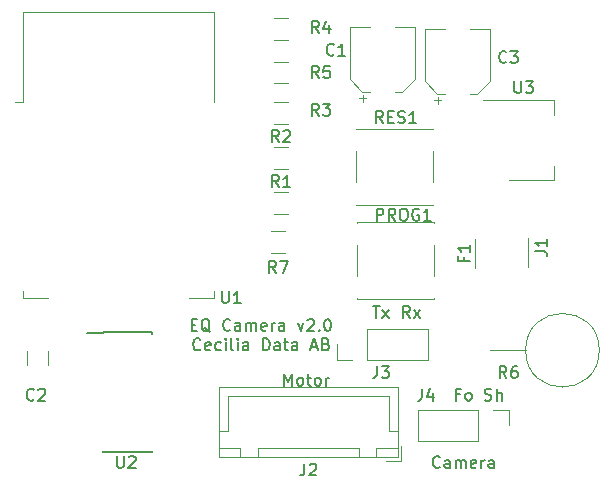
<source format=gbr>
G04 #@! TF.GenerationSoftware,KiCad,Pcbnew,5.1.2-f72e74a~84~ubuntu16.04.1*
G04 #@! TF.CreationDate,2019-06-09T21:55:35+02:00*
G04 #@! TF.ProjectId,CameraMotor,43616d65-7261-44d6-9f74-6f722e6b6963,rev?*
G04 #@! TF.SameCoordinates,Original*
G04 #@! TF.FileFunction,Legend,Top*
G04 #@! TF.FilePolarity,Positive*
%FSLAX46Y46*%
G04 Gerber Fmt 4.6, Leading zero omitted, Abs format (unit mm)*
G04 Created by KiCad (PCBNEW 5.1.2-f72e74a~84~ubuntu16.04.1) date 2019-06-09 21:55:35*
%MOMM*%
%LPD*%
G04 APERTURE LIST*
%ADD10C,0.150000*%
%ADD11C,0.120000*%
G04 APERTURE END LIST*
D10*
X153741666Y-124912380D02*
X153741666Y-123912380D01*
X154075000Y-124626666D01*
X154408333Y-123912380D01*
X154408333Y-124912380D01*
X155027380Y-124912380D02*
X154932142Y-124864761D01*
X154884523Y-124817142D01*
X154836904Y-124721904D01*
X154836904Y-124436190D01*
X154884523Y-124340952D01*
X154932142Y-124293333D01*
X155027380Y-124245714D01*
X155170238Y-124245714D01*
X155265476Y-124293333D01*
X155313095Y-124340952D01*
X155360714Y-124436190D01*
X155360714Y-124721904D01*
X155313095Y-124817142D01*
X155265476Y-124864761D01*
X155170238Y-124912380D01*
X155027380Y-124912380D01*
X155646428Y-124245714D02*
X156027380Y-124245714D01*
X155789285Y-123912380D02*
X155789285Y-124769523D01*
X155836904Y-124864761D01*
X155932142Y-124912380D01*
X156027380Y-124912380D01*
X156503571Y-124912380D02*
X156408333Y-124864761D01*
X156360714Y-124817142D01*
X156313095Y-124721904D01*
X156313095Y-124436190D01*
X156360714Y-124340952D01*
X156408333Y-124293333D01*
X156503571Y-124245714D01*
X156646428Y-124245714D01*
X156741666Y-124293333D01*
X156789285Y-124340952D01*
X156836904Y-124436190D01*
X156836904Y-124721904D01*
X156789285Y-124817142D01*
X156741666Y-124864761D01*
X156646428Y-124912380D01*
X156503571Y-124912380D01*
X157265476Y-124912380D02*
X157265476Y-124245714D01*
X157265476Y-124436190D02*
X157313095Y-124340952D01*
X157360714Y-124293333D01*
X157455952Y-124245714D01*
X157551190Y-124245714D01*
X170711904Y-126134761D02*
X170854761Y-126182380D01*
X171092857Y-126182380D01*
X171188095Y-126134761D01*
X171235714Y-126087142D01*
X171283333Y-125991904D01*
X171283333Y-125896666D01*
X171235714Y-125801428D01*
X171188095Y-125753809D01*
X171092857Y-125706190D01*
X170902380Y-125658571D01*
X170807142Y-125610952D01*
X170759523Y-125563333D01*
X170711904Y-125468095D01*
X170711904Y-125372857D01*
X170759523Y-125277619D01*
X170807142Y-125230000D01*
X170902380Y-125182380D01*
X171140476Y-125182380D01*
X171283333Y-125230000D01*
X171711904Y-126182380D02*
X171711904Y-125182380D01*
X172140476Y-126182380D02*
X172140476Y-125658571D01*
X172092857Y-125563333D01*
X171997619Y-125515714D01*
X171854761Y-125515714D01*
X171759523Y-125563333D01*
X171711904Y-125610952D01*
X168600476Y-125658571D02*
X168267142Y-125658571D01*
X168267142Y-126182380D02*
X168267142Y-125182380D01*
X168743333Y-125182380D01*
X169267142Y-126182380D02*
X169171904Y-126134761D01*
X169124285Y-126087142D01*
X169076666Y-125991904D01*
X169076666Y-125706190D01*
X169124285Y-125610952D01*
X169171904Y-125563333D01*
X169267142Y-125515714D01*
X169410000Y-125515714D01*
X169505238Y-125563333D01*
X169552857Y-125610952D01*
X169600476Y-125706190D01*
X169600476Y-125991904D01*
X169552857Y-126087142D01*
X169505238Y-126134761D01*
X169410000Y-126182380D01*
X169267142Y-126182380D01*
X164369761Y-119197380D02*
X164036428Y-118721190D01*
X163798333Y-119197380D02*
X163798333Y-118197380D01*
X164179285Y-118197380D01*
X164274523Y-118245000D01*
X164322142Y-118292619D01*
X164369761Y-118387857D01*
X164369761Y-118530714D01*
X164322142Y-118625952D01*
X164274523Y-118673571D01*
X164179285Y-118721190D01*
X163798333Y-118721190D01*
X164703095Y-119197380D02*
X165226904Y-118530714D01*
X164703095Y-118530714D02*
X165226904Y-119197380D01*
X161234523Y-118197380D02*
X161805952Y-118197380D01*
X161520238Y-119197380D02*
X161520238Y-118197380D01*
X162044047Y-119197380D02*
X162567857Y-118530714D01*
X162044047Y-118530714D02*
X162567857Y-119197380D01*
X166910000Y-131802142D02*
X166862380Y-131849761D01*
X166719523Y-131897380D01*
X166624285Y-131897380D01*
X166481428Y-131849761D01*
X166386190Y-131754523D01*
X166338571Y-131659285D01*
X166290952Y-131468809D01*
X166290952Y-131325952D01*
X166338571Y-131135476D01*
X166386190Y-131040238D01*
X166481428Y-130945000D01*
X166624285Y-130897380D01*
X166719523Y-130897380D01*
X166862380Y-130945000D01*
X166910000Y-130992619D01*
X167767142Y-131897380D02*
X167767142Y-131373571D01*
X167719523Y-131278333D01*
X167624285Y-131230714D01*
X167433809Y-131230714D01*
X167338571Y-131278333D01*
X167767142Y-131849761D02*
X167671904Y-131897380D01*
X167433809Y-131897380D01*
X167338571Y-131849761D01*
X167290952Y-131754523D01*
X167290952Y-131659285D01*
X167338571Y-131564047D01*
X167433809Y-131516428D01*
X167671904Y-131516428D01*
X167767142Y-131468809D01*
X168243333Y-131897380D02*
X168243333Y-131230714D01*
X168243333Y-131325952D02*
X168290952Y-131278333D01*
X168386190Y-131230714D01*
X168529047Y-131230714D01*
X168624285Y-131278333D01*
X168671904Y-131373571D01*
X168671904Y-131897380D01*
X168671904Y-131373571D02*
X168719523Y-131278333D01*
X168814761Y-131230714D01*
X168957619Y-131230714D01*
X169052857Y-131278333D01*
X169100476Y-131373571D01*
X169100476Y-131897380D01*
X169957619Y-131849761D02*
X169862380Y-131897380D01*
X169671904Y-131897380D01*
X169576666Y-131849761D01*
X169529047Y-131754523D01*
X169529047Y-131373571D01*
X169576666Y-131278333D01*
X169671904Y-131230714D01*
X169862380Y-131230714D01*
X169957619Y-131278333D01*
X170005238Y-131373571D01*
X170005238Y-131468809D01*
X169529047Y-131564047D01*
X170433809Y-131897380D02*
X170433809Y-131230714D01*
X170433809Y-131421190D02*
X170481428Y-131325952D01*
X170529047Y-131278333D01*
X170624285Y-131230714D01*
X170719523Y-131230714D01*
X171481428Y-131897380D02*
X171481428Y-131373571D01*
X171433809Y-131278333D01*
X171338571Y-131230714D01*
X171148095Y-131230714D01*
X171052857Y-131278333D01*
X171481428Y-131849761D02*
X171386190Y-131897380D01*
X171148095Y-131897380D01*
X171052857Y-131849761D01*
X171005238Y-131754523D01*
X171005238Y-131659285D01*
X171052857Y-131564047D01*
X171148095Y-131516428D01*
X171386190Y-131516428D01*
X171481428Y-131468809D01*
X145884047Y-119753571D02*
X146217380Y-119753571D01*
X146360238Y-120277380D02*
X145884047Y-120277380D01*
X145884047Y-119277380D01*
X146360238Y-119277380D01*
X147455476Y-120372619D02*
X147360238Y-120325000D01*
X147265000Y-120229761D01*
X147122142Y-120086904D01*
X147026904Y-120039285D01*
X146931666Y-120039285D01*
X146979285Y-120277380D02*
X146884047Y-120229761D01*
X146788809Y-120134523D01*
X146741190Y-119944047D01*
X146741190Y-119610714D01*
X146788809Y-119420238D01*
X146884047Y-119325000D01*
X146979285Y-119277380D01*
X147169761Y-119277380D01*
X147265000Y-119325000D01*
X147360238Y-119420238D01*
X147407857Y-119610714D01*
X147407857Y-119944047D01*
X147360238Y-120134523D01*
X147265000Y-120229761D01*
X147169761Y-120277380D01*
X146979285Y-120277380D01*
X149169761Y-120182142D02*
X149122142Y-120229761D01*
X148979285Y-120277380D01*
X148884047Y-120277380D01*
X148741190Y-120229761D01*
X148645952Y-120134523D01*
X148598333Y-120039285D01*
X148550714Y-119848809D01*
X148550714Y-119705952D01*
X148598333Y-119515476D01*
X148645952Y-119420238D01*
X148741190Y-119325000D01*
X148884047Y-119277380D01*
X148979285Y-119277380D01*
X149122142Y-119325000D01*
X149169761Y-119372619D01*
X150026904Y-120277380D02*
X150026904Y-119753571D01*
X149979285Y-119658333D01*
X149884047Y-119610714D01*
X149693571Y-119610714D01*
X149598333Y-119658333D01*
X150026904Y-120229761D02*
X149931666Y-120277380D01*
X149693571Y-120277380D01*
X149598333Y-120229761D01*
X149550714Y-120134523D01*
X149550714Y-120039285D01*
X149598333Y-119944047D01*
X149693571Y-119896428D01*
X149931666Y-119896428D01*
X150026904Y-119848809D01*
X150503095Y-120277380D02*
X150503095Y-119610714D01*
X150503095Y-119705952D02*
X150550714Y-119658333D01*
X150645952Y-119610714D01*
X150788809Y-119610714D01*
X150884047Y-119658333D01*
X150931666Y-119753571D01*
X150931666Y-120277380D01*
X150931666Y-119753571D02*
X150979285Y-119658333D01*
X151074523Y-119610714D01*
X151217380Y-119610714D01*
X151312619Y-119658333D01*
X151360238Y-119753571D01*
X151360238Y-120277380D01*
X152217380Y-120229761D02*
X152122142Y-120277380D01*
X151931666Y-120277380D01*
X151836428Y-120229761D01*
X151788809Y-120134523D01*
X151788809Y-119753571D01*
X151836428Y-119658333D01*
X151931666Y-119610714D01*
X152122142Y-119610714D01*
X152217380Y-119658333D01*
X152265000Y-119753571D01*
X152265000Y-119848809D01*
X151788809Y-119944047D01*
X152693571Y-120277380D02*
X152693571Y-119610714D01*
X152693571Y-119801190D02*
X152741190Y-119705952D01*
X152788809Y-119658333D01*
X152884047Y-119610714D01*
X152979285Y-119610714D01*
X153741190Y-120277380D02*
X153741190Y-119753571D01*
X153693571Y-119658333D01*
X153598333Y-119610714D01*
X153407857Y-119610714D01*
X153312619Y-119658333D01*
X153741190Y-120229761D02*
X153645952Y-120277380D01*
X153407857Y-120277380D01*
X153312619Y-120229761D01*
X153265000Y-120134523D01*
X153265000Y-120039285D01*
X153312619Y-119944047D01*
X153407857Y-119896428D01*
X153645952Y-119896428D01*
X153741190Y-119848809D01*
X154884047Y-119610714D02*
X155122142Y-120277380D01*
X155360238Y-119610714D01*
X155693571Y-119372619D02*
X155741190Y-119325000D01*
X155836428Y-119277380D01*
X156074523Y-119277380D01*
X156169761Y-119325000D01*
X156217380Y-119372619D01*
X156265000Y-119467857D01*
X156265000Y-119563095D01*
X156217380Y-119705952D01*
X155645952Y-120277380D01*
X156265000Y-120277380D01*
X156693571Y-120182142D02*
X156741190Y-120229761D01*
X156693571Y-120277380D01*
X156645952Y-120229761D01*
X156693571Y-120182142D01*
X156693571Y-120277380D01*
X157360238Y-119277380D02*
X157455476Y-119277380D01*
X157550714Y-119325000D01*
X157598333Y-119372619D01*
X157645952Y-119467857D01*
X157693571Y-119658333D01*
X157693571Y-119896428D01*
X157645952Y-120086904D01*
X157598333Y-120182142D01*
X157550714Y-120229761D01*
X157455476Y-120277380D01*
X157360238Y-120277380D01*
X157265000Y-120229761D01*
X157217380Y-120182142D01*
X157169761Y-120086904D01*
X157122142Y-119896428D01*
X157122142Y-119658333D01*
X157169761Y-119467857D01*
X157217380Y-119372619D01*
X157265000Y-119325000D01*
X157360238Y-119277380D01*
X146645952Y-121832142D02*
X146598333Y-121879761D01*
X146455476Y-121927380D01*
X146360238Y-121927380D01*
X146217380Y-121879761D01*
X146122142Y-121784523D01*
X146074523Y-121689285D01*
X146026904Y-121498809D01*
X146026904Y-121355952D01*
X146074523Y-121165476D01*
X146122142Y-121070238D01*
X146217380Y-120975000D01*
X146360238Y-120927380D01*
X146455476Y-120927380D01*
X146598333Y-120975000D01*
X146645952Y-121022619D01*
X147455476Y-121879761D02*
X147360238Y-121927380D01*
X147169761Y-121927380D01*
X147074523Y-121879761D01*
X147026904Y-121784523D01*
X147026904Y-121403571D01*
X147074523Y-121308333D01*
X147169761Y-121260714D01*
X147360238Y-121260714D01*
X147455476Y-121308333D01*
X147503095Y-121403571D01*
X147503095Y-121498809D01*
X147026904Y-121594047D01*
X148360238Y-121879761D02*
X148265000Y-121927380D01*
X148074523Y-121927380D01*
X147979285Y-121879761D01*
X147931666Y-121832142D01*
X147884047Y-121736904D01*
X147884047Y-121451190D01*
X147931666Y-121355952D01*
X147979285Y-121308333D01*
X148074523Y-121260714D01*
X148265000Y-121260714D01*
X148360238Y-121308333D01*
X148788809Y-121927380D02*
X148788809Y-121260714D01*
X148788809Y-120927380D02*
X148741190Y-120975000D01*
X148788809Y-121022619D01*
X148836428Y-120975000D01*
X148788809Y-120927380D01*
X148788809Y-121022619D01*
X149407857Y-121927380D02*
X149312619Y-121879761D01*
X149265000Y-121784523D01*
X149265000Y-120927380D01*
X149788809Y-121927380D02*
X149788809Y-121260714D01*
X149788809Y-120927380D02*
X149741190Y-120975000D01*
X149788809Y-121022619D01*
X149836428Y-120975000D01*
X149788809Y-120927380D01*
X149788809Y-121022619D01*
X150693571Y-121927380D02*
X150693571Y-121403571D01*
X150645952Y-121308333D01*
X150550714Y-121260714D01*
X150360238Y-121260714D01*
X150265000Y-121308333D01*
X150693571Y-121879761D02*
X150598333Y-121927380D01*
X150360238Y-121927380D01*
X150265000Y-121879761D01*
X150217380Y-121784523D01*
X150217380Y-121689285D01*
X150265000Y-121594047D01*
X150360238Y-121546428D01*
X150598333Y-121546428D01*
X150693571Y-121498809D01*
X151931666Y-121927380D02*
X151931666Y-120927380D01*
X152169761Y-120927380D01*
X152312619Y-120975000D01*
X152407857Y-121070238D01*
X152455476Y-121165476D01*
X152503095Y-121355952D01*
X152503095Y-121498809D01*
X152455476Y-121689285D01*
X152407857Y-121784523D01*
X152312619Y-121879761D01*
X152169761Y-121927380D01*
X151931666Y-121927380D01*
X153360238Y-121927380D02*
X153360238Y-121403571D01*
X153312619Y-121308333D01*
X153217380Y-121260714D01*
X153026904Y-121260714D01*
X152931666Y-121308333D01*
X153360238Y-121879761D02*
X153265000Y-121927380D01*
X153026904Y-121927380D01*
X152931666Y-121879761D01*
X152884047Y-121784523D01*
X152884047Y-121689285D01*
X152931666Y-121594047D01*
X153026904Y-121546428D01*
X153265000Y-121546428D01*
X153360238Y-121498809D01*
X153693571Y-121260714D02*
X154074523Y-121260714D01*
X153836428Y-120927380D02*
X153836428Y-121784523D01*
X153884047Y-121879761D01*
X153979285Y-121927380D01*
X154074523Y-121927380D01*
X154836428Y-121927380D02*
X154836428Y-121403571D01*
X154788809Y-121308333D01*
X154693571Y-121260714D01*
X154503095Y-121260714D01*
X154407857Y-121308333D01*
X154836428Y-121879761D02*
X154741190Y-121927380D01*
X154503095Y-121927380D01*
X154407857Y-121879761D01*
X154360238Y-121784523D01*
X154360238Y-121689285D01*
X154407857Y-121594047D01*
X154503095Y-121546428D01*
X154741190Y-121546428D01*
X154836428Y-121498809D01*
X156026904Y-121641666D02*
X156503095Y-121641666D01*
X155931666Y-121927380D02*
X156265000Y-120927380D01*
X156598333Y-121927380D01*
X157265000Y-121403571D02*
X157407857Y-121451190D01*
X157455476Y-121498809D01*
X157503095Y-121594047D01*
X157503095Y-121736904D01*
X157455476Y-121832142D01*
X157407857Y-121879761D01*
X157312619Y-121927380D01*
X156931666Y-121927380D01*
X156931666Y-120927380D01*
X157265000Y-120927380D01*
X157360238Y-120975000D01*
X157407857Y-121022619D01*
X157455476Y-121117857D01*
X157455476Y-121213095D01*
X157407857Y-121308333D01*
X157360238Y-121355952D01*
X157265000Y-121403571D01*
X156931666Y-121403571D01*
X138387000Y-120401000D02*
X138387000Y-120426000D01*
X142537000Y-120401000D02*
X142537000Y-120506000D01*
X142537000Y-130551000D02*
X142537000Y-130446000D01*
X138387000Y-130551000D02*
X138387000Y-130446000D01*
X138387000Y-120401000D02*
X142537000Y-120401000D01*
X138387000Y-130551000D02*
X142537000Y-130551000D01*
X138387000Y-120426000D02*
X137012000Y-120426000D01*
D11*
X159838000Y-109620000D02*
X166298000Y-109620000D01*
X159838000Y-105090000D02*
X159838000Y-107690000D01*
X159838000Y-103160000D02*
X166298000Y-103160000D01*
X166298000Y-105090000D02*
X166298000Y-107690000D01*
X159838000Y-103190000D02*
X159838000Y-103160000D01*
X159838000Y-109620000D02*
X159838000Y-109590000D01*
X166298000Y-109620000D02*
X166298000Y-109590000D01*
X166298000Y-103160000D02*
X166298000Y-103190000D01*
X166387000Y-111106000D02*
X166387000Y-111136000D01*
X166387000Y-117566000D02*
X166387000Y-117536000D01*
X159927000Y-117566000D02*
X159927000Y-117536000D01*
X159927000Y-111136000D02*
X159927000Y-111106000D01*
X166387000Y-113036000D02*
X166387000Y-115636000D01*
X159927000Y-111106000D02*
X166387000Y-111106000D01*
X159927000Y-113036000D02*
X159927000Y-115636000D01*
X159927000Y-117566000D02*
X166387000Y-117566000D01*
X172780000Y-126940000D02*
X172780000Y-128270000D01*
X171450000Y-126940000D02*
X172780000Y-126940000D01*
X170180000Y-126940000D02*
X170180000Y-129600000D01*
X170180000Y-129600000D02*
X165040000Y-129600000D01*
X170180000Y-126940000D02*
X165040000Y-126940000D01*
X165040000Y-126940000D02*
X165040000Y-129600000D01*
X131580000Y-93290000D02*
X147820000Y-93290000D01*
X147820000Y-93290000D02*
X147820000Y-100910000D01*
X147820000Y-116910000D02*
X147820000Y-117530000D01*
X147820000Y-117530000D02*
X145700000Y-117530000D01*
X133700000Y-117530000D02*
X131580000Y-117530000D01*
X131580000Y-117530000D02*
X131580000Y-116910000D01*
X131580000Y-100910000D02*
X131580000Y-93290000D01*
X131580000Y-100910000D02*
X130970000Y-100910000D01*
X163342000Y-130984000D02*
X163342000Y-125014000D01*
X163342000Y-125014000D02*
X148222000Y-125014000D01*
X148222000Y-125014000D02*
X148222000Y-130984000D01*
X148222000Y-130984000D02*
X163342000Y-130984000D01*
X160032000Y-130974000D02*
X160032000Y-130224000D01*
X160032000Y-130224000D02*
X151532000Y-130224000D01*
X151532000Y-130224000D02*
X151532000Y-130974000D01*
X151532000Y-130974000D02*
X160032000Y-130974000D01*
X163332000Y-130974000D02*
X163332000Y-130224000D01*
X163332000Y-130224000D02*
X161532000Y-130224000D01*
X161532000Y-130224000D02*
X161532000Y-130974000D01*
X161532000Y-130974000D02*
X163332000Y-130974000D01*
X150032000Y-130974000D02*
X150032000Y-130224000D01*
X150032000Y-130224000D02*
X148232000Y-130224000D01*
X148232000Y-130224000D02*
X148232000Y-130974000D01*
X148232000Y-130974000D02*
X150032000Y-130974000D01*
X163332000Y-128724000D02*
X162582000Y-128724000D01*
X162582000Y-128724000D02*
X162582000Y-125774000D01*
X162582000Y-125774000D02*
X155782000Y-125774000D01*
X148232000Y-128724000D02*
X148982000Y-128724000D01*
X148982000Y-128724000D02*
X148982000Y-125774000D01*
X148982000Y-125774000D02*
X155782000Y-125774000D01*
X162382000Y-131274000D02*
X163632000Y-131274000D01*
X163632000Y-131274000D02*
X163632000Y-130024000D01*
X174345000Y-114845000D02*
X174345000Y-112445000D01*
X169865000Y-114925000D02*
X169865000Y-112525000D01*
X165922000Y-122742000D02*
X165922000Y-120082000D01*
X160782000Y-122742000D02*
X165922000Y-122742000D01*
X160782000Y-120082000D02*
X165922000Y-120082000D01*
X160782000Y-122742000D02*
X160782000Y-120082000D01*
X159512000Y-122742000D02*
X158182000Y-122742000D01*
X158182000Y-122742000D02*
X158182000Y-121412000D01*
X152850436Y-108564000D02*
X154054564Y-108564000D01*
X152850436Y-110384000D02*
X154054564Y-110384000D01*
X152850436Y-106574000D02*
X154054564Y-106574000D01*
X152850436Y-104754000D02*
X154054564Y-104754000D01*
X152850436Y-100944000D02*
X154054564Y-100944000D01*
X152850436Y-102764000D02*
X154054564Y-102764000D01*
X152850436Y-95652000D02*
X154054564Y-95652000D01*
X152850436Y-93832000D02*
X154054564Y-93832000D01*
X152850436Y-97515000D02*
X154054564Y-97515000D01*
X152850436Y-99335000D02*
X154054564Y-99335000D01*
X153800564Y-111866000D02*
X152596436Y-111866000D01*
X153800564Y-113686000D02*
X152596436Y-113686000D01*
X133752000Y-121949936D02*
X133752000Y-123154064D01*
X131932000Y-121949936D02*
X131932000Y-123154064D01*
X176560000Y-107550000D02*
X176560000Y-106290000D01*
X176560000Y-100730000D02*
X176560000Y-101990000D01*
X172800000Y-107550000D02*
X176560000Y-107550000D01*
X170550000Y-100730000D02*
X176560000Y-100730000D01*
X160054500Y-100594500D02*
X160679500Y-100594500D01*
X160367000Y-100907000D02*
X160367000Y-100282000D01*
X163747563Y-100042000D02*
X164812000Y-98977563D01*
X160356437Y-100042000D02*
X159292000Y-98977563D01*
X160356437Y-100042000D02*
X160992000Y-100042000D01*
X163747563Y-100042000D02*
X163112000Y-100042000D01*
X164812000Y-98977563D02*
X164812000Y-94522000D01*
X159292000Y-98977563D02*
X159292000Y-94522000D01*
X159292000Y-94522000D02*
X160992000Y-94522000D01*
X164812000Y-94522000D02*
X163112000Y-94522000D01*
X171162000Y-94690000D02*
X169462000Y-94690000D01*
X165642000Y-94690000D02*
X167342000Y-94690000D01*
X165642000Y-99145563D02*
X165642000Y-94690000D01*
X171162000Y-99145563D02*
X171162000Y-94690000D01*
X170097563Y-100210000D02*
X169462000Y-100210000D01*
X166706437Y-100210000D02*
X167342000Y-100210000D01*
X166706437Y-100210000D02*
X165642000Y-99145563D01*
X170097563Y-100210000D02*
X171162000Y-99145563D01*
X166717000Y-101075000D02*
X166717000Y-100450000D01*
X166404500Y-100762500D02*
X167029500Y-100762500D01*
X180412000Y-121920000D02*
G75*
G03X180412000Y-121920000I-3120000J0D01*
G01*
X174172000Y-121920000D02*
X171172000Y-121920000D01*
D10*
X139573095Y-130897380D02*
X139573095Y-131706904D01*
X139620714Y-131802142D01*
X139668333Y-131849761D01*
X139763571Y-131897380D01*
X139954047Y-131897380D01*
X140049285Y-131849761D01*
X140096904Y-131802142D01*
X140144523Y-131706904D01*
X140144523Y-130897380D01*
X140573095Y-130992619D02*
X140620714Y-130945000D01*
X140715952Y-130897380D01*
X140954047Y-130897380D01*
X141049285Y-130945000D01*
X141096904Y-130992619D01*
X141144523Y-131087857D01*
X141144523Y-131183095D01*
X141096904Y-131325952D01*
X140525476Y-131897380D01*
X141144523Y-131897380D01*
X162099761Y-102687380D02*
X161766428Y-102211190D01*
X161528333Y-102687380D02*
X161528333Y-101687380D01*
X161909285Y-101687380D01*
X162004523Y-101735000D01*
X162052142Y-101782619D01*
X162099761Y-101877857D01*
X162099761Y-102020714D01*
X162052142Y-102115952D01*
X162004523Y-102163571D01*
X161909285Y-102211190D01*
X161528333Y-102211190D01*
X162528333Y-102163571D02*
X162861666Y-102163571D01*
X163004523Y-102687380D02*
X162528333Y-102687380D01*
X162528333Y-101687380D01*
X163004523Y-101687380D01*
X163385476Y-102639761D02*
X163528333Y-102687380D01*
X163766428Y-102687380D01*
X163861666Y-102639761D01*
X163909285Y-102592142D01*
X163956904Y-102496904D01*
X163956904Y-102401666D01*
X163909285Y-102306428D01*
X163861666Y-102258809D01*
X163766428Y-102211190D01*
X163575952Y-102163571D01*
X163480714Y-102115952D01*
X163433095Y-102068333D01*
X163385476Y-101973095D01*
X163385476Y-101877857D01*
X163433095Y-101782619D01*
X163480714Y-101735000D01*
X163575952Y-101687380D01*
X163814047Y-101687380D01*
X163956904Y-101735000D01*
X164909285Y-102687380D02*
X164337857Y-102687380D01*
X164623571Y-102687380D02*
X164623571Y-101687380D01*
X164528333Y-101830238D01*
X164433095Y-101925476D01*
X164337857Y-101973095D01*
X161568095Y-110942380D02*
X161568095Y-109942380D01*
X161949047Y-109942380D01*
X162044285Y-109990000D01*
X162091904Y-110037619D01*
X162139523Y-110132857D01*
X162139523Y-110275714D01*
X162091904Y-110370952D01*
X162044285Y-110418571D01*
X161949047Y-110466190D01*
X161568095Y-110466190D01*
X163139523Y-110942380D02*
X162806190Y-110466190D01*
X162568095Y-110942380D02*
X162568095Y-109942380D01*
X162949047Y-109942380D01*
X163044285Y-109990000D01*
X163091904Y-110037619D01*
X163139523Y-110132857D01*
X163139523Y-110275714D01*
X163091904Y-110370952D01*
X163044285Y-110418571D01*
X162949047Y-110466190D01*
X162568095Y-110466190D01*
X163758571Y-109942380D02*
X163949047Y-109942380D01*
X164044285Y-109990000D01*
X164139523Y-110085238D01*
X164187142Y-110275714D01*
X164187142Y-110609047D01*
X164139523Y-110799523D01*
X164044285Y-110894761D01*
X163949047Y-110942380D01*
X163758571Y-110942380D01*
X163663333Y-110894761D01*
X163568095Y-110799523D01*
X163520476Y-110609047D01*
X163520476Y-110275714D01*
X163568095Y-110085238D01*
X163663333Y-109990000D01*
X163758571Y-109942380D01*
X165139523Y-109990000D02*
X165044285Y-109942380D01*
X164901428Y-109942380D01*
X164758571Y-109990000D01*
X164663333Y-110085238D01*
X164615714Y-110180476D01*
X164568095Y-110370952D01*
X164568095Y-110513809D01*
X164615714Y-110704285D01*
X164663333Y-110799523D01*
X164758571Y-110894761D01*
X164901428Y-110942380D01*
X164996666Y-110942380D01*
X165139523Y-110894761D01*
X165187142Y-110847142D01*
X165187142Y-110513809D01*
X164996666Y-110513809D01*
X166139523Y-110942380D02*
X165568095Y-110942380D01*
X165853809Y-110942380D02*
X165853809Y-109942380D01*
X165758571Y-110085238D01*
X165663333Y-110180476D01*
X165568095Y-110228095D01*
X165401666Y-125182380D02*
X165401666Y-125896666D01*
X165354047Y-126039523D01*
X165258809Y-126134761D01*
X165115952Y-126182380D01*
X165020714Y-126182380D01*
X166306428Y-125515714D02*
X166306428Y-126182380D01*
X166068333Y-125134761D02*
X165830238Y-125849047D01*
X166449285Y-125849047D01*
X148463095Y-116927380D02*
X148463095Y-117736904D01*
X148510714Y-117832142D01*
X148558333Y-117879761D01*
X148653571Y-117927380D01*
X148844047Y-117927380D01*
X148939285Y-117879761D01*
X148986904Y-117832142D01*
X149034523Y-117736904D01*
X149034523Y-116927380D01*
X150034523Y-117927380D02*
X149463095Y-117927380D01*
X149748809Y-117927380D02*
X149748809Y-116927380D01*
X149653571Y-117070238D01*
X149558333Y-117165476D01*
X149463095Y-117213095D01*
X155448666Y-131526380D02*
X155448666Y-132240666D01*
X155401047Y-132383523D01*
X155305809Y-132478761D01*
X155162952Y-132526380D01*
X155067714Y-132526380D01*
X155877238Y-131621619D02*
X155924857Y-131574000D01*
X156020095Y-131526380D01*
X156258190Y-131526380D01*
X156353428Y-131574000D01*
X156401047Y-131621619D01*
X156448666Y-131716857D01*
X156448666Y-131812095D01*
X156401047Y-131954952D01*
X155829619Y-132526380D01*
X156448666Y-132526380D01*
X168933571Y-114068333D02*
X168933571Y-114401666D01*
X169457380Y-114401666D02*
X168457380Y-114401666D01*
X168457380Y-113925476D01*
X169457380Y-113020714D02*
X169457380Y-113592142D01*
X169457380Y-113306428D02*
X168457380Y-113306428D01*
X168600238Y-113401666D01*
X168695476Y-113496904D01*
X168743095Y-113592142D01*
X174988380Y-113538333D02*
X175702666Y-113538333D01*
X175845523Y-113585952D01*
X175940761Y-113681190D01*
X175988380Y-113824047D01*
X175988380Y-113919285D01*
X175988380Y-112538333D02*
X175988380Y-113109761D01*
X175988380Y-112824047D02*
X174988380Y-112824047D01*
X175131238Y-112919285D01*
X175226476Y-113014523D01*
X175274095Y-113109761D01*
X161591666Y-123277380D02*
X161591666Y-123991666D01*
X161544047Y-124134523D01*
X161448809Y-124229761D01*
X161305952Y-124277380D01*
X161210714Y-124277380D01*
X161972619Y-123277380D02*
X162591666Y-123277380D01*
X162258333Y-123658333D01*
X162401190Y-123658333D01*
X162496428Y-123705952D01*
X162544047Y-123753571D01*
X162591666Y-123848809D01*
X162591666Y-124086904D01*
X162544047Y-124182142D01*
X162496428Y-124229761D01*
X162401190Y-124277380D01*
X162115476Y-124277380D01*
X162020238Y-124229761D01*
X161972619Y-124182142D01*
X153285833Y-108106380D02*
X152952500Y-107630190D01*
X152714404Y-108106380D02*
X152714404Y-107106380D01*
X153095357Y-107106380D01*
X153190595Y-107154000D01*
X153238214Y-107201619D01*
X153285833Y-107296857D01*
X153285833Y-107439714D01*
X153238214Y-107534952D01*
X153190595Y-107582571D01*
X153095357Y-107630190D01*
X152714404Y-107630190D01*
X154238214Y-108106380D02*
X153666785Y-108106380D01*
X153952500Y-108106380D02*
X153952500Y-107106380D01*
X153857261Y-107249238D01*
X153762023Y-107344476D01*
X153666785Y-107392095D01*
X153285833Y-104296380D02*
X152952500Y-103820190D01*
X152714404Y-104296380D02*
X152714404Y-103296380D01*
X153095357Y-103296380D01*
X153190595Y-103344000D01*
X153238214Y-103391619D01*
X153285833Y-103486857D01*
X153285833Y-103629714D01*
X153238214Y-103724952D01*
X153190595Y-103772571D01*
X153095357Y-103820190D01*
X152714404Y-103820190D01*
X153666785Y-103391619D02*
X153714404Y-103344000D01*
X153809642Y-103296380D01*
X154047738Y-103296380D01*
X154142976Y-103344000D01*
X154190595Y-103391619D01*
X154238214Y-103486857D01*
X154238214Y-103582095D01*
X154190595Y-103724952D01*
X153619166Y-104296380D01*
X154238214Y-104296380D01*
X156678333Y-102052380D02*
X156345000Y-101576190D01*
X156106904Y-102052380D02*
X156106904Y-101052380D01*
X156487857Y-101052380D01*
X156583095Y-101100000D01*
X156630714Y-101147619D01*
X156678333Y-101242857D01*
X156678333Y-101385714D01*
X156630714Y-101480952D01*
X156583095Y-101528571D01*
X156487857Y-101576190D01*
X156106904Y-101576190D01*
X157011666Y-101052380D02*
X157630714Y-101052380D01*
X157297380Y-101433333D01*
X157440238Y-101433333D01*
X157535476Y-101480952D01*
X157583095Y-101528571D01*
X157630714Y-101623809D01*
X157630714Y-101861904D01*
X157583095Y-101957142D01*
X157535476Y-102004761D01*
X157440238Y-102052380D01*
X157154523Y-102052380D01*
X157059285Y-102004761D01*
X157011666Y-101957142D01*
X156678333Y-95067380D02*
X156345000Y-94591190D01*
X156106904Y-95067380D02*
X156106904Y-94067380D01*
X156487857Y-94067380D01*
X156583095Y-94115000D01*
X156630714Y-94162619D01*
X156678333Y-94257857D01*
X156678333Y-94400714D01*
X156630714Y-94495952D01*
X156583095Y-94543571D01*
X156487857Y-94591190D01*
X156106904Y-94591190D01*
X157535476Y-94400714D02*
X157535476Y-95067380D01*
X157297380Y-94019761D02*
X157059285Y-94734047D01*
X157678333Y-94734047D01*
X156678333Y-98877380D02*
X156345000Y-98401190D01*
X156106904Y-98877380D02*
X156106904Y-97877380D01*
X156487857Y-97877380D01*
X156583095Y-97925000D01*
X156630714Y-97972619D01*
X156678333Y-98067857D01*
X156678333Y-98210714D01*
X156630714Y-98305952D01*
X156583095Y-98353571D01*
X156487857Y-98401190D01*
X156106904Y-98401190D01*
X157583095Y-97877380D02*
X157106904Y-97877380D01*
X157059285Y-98353571D01*
X157106904Y-98305952D01*
X157202142Y-98258333D01*
X157440238Y-98258333D01*
X157535476Y-98305952D01*
X157583095Y-98353571D01*
X157630714Y-98448809D01*
X157630714Y-98686904D01*
X157583095Y-98782142D01*
X157535476Y-98829761D01*
X157440238Y-98877380D01*
X157202142Y-98877380D01*
X157106904Y-98829761D01*
X157059285Y-98782142D01*
X153031833Y-115387380D02*
X152698500Y-114911190D01*
X152460404Y-115387380D02*
X152460404Y-114387380D01*
X152841357Y-114387380D01*
X152936595Y-114435000D01*
X152984214Y-114482619D01*
X153031833Y-114577857D01*
X153031833Y-114720714D01*
X152984214Y-114815952D01*
X152936595Y-114863571D01*
X152841357Y-114911190D01*
X152460404Y-114911190D01*
X153365166Y-114387380D02*
X154031833Y-114387380D01*
X153603261Y-115387380D01*
X132548333Y-126087142D02*
X132500714Y-126134761D01*
X132357857Y-126182380D01*
X132262619Y-126182380D01*
X132119761Y-126134761D01*
X132024523Y-126039523D01*
X131976904Y-125944285D01*
X131929285Y-125753809D01*
X131929285Y-125610952D01*
X131976904Y-125420476D01*
X132024523Y-125325238D01*
X132119761Y-125230000D01*
X132262619Y-125182380D01*
X132357857Y-125182380D01*
X132500714Y-125230000D01*
X132548333Y-125277619D01*
X132929285Y-125277619D02*
X132976904Y-125230000D01*
X133072142Y-125182380D01*
X133310238Y-125182380D01*
X133405476Y-125230000D01*
X133453095Y-125277619D01*
X133500714Y-125372857D01*
X133500714Y-125468095D01*
X133453095Y-125610952D01*
X132881666Y-126182380D01*
X133500714Y-126182380D01*
X173228095Y-99147380D02*
X173228095Y-99956904D01*
X173275714Y-100052142D01*
X173323333Y-100099761D01*
X173418571Y-100147380D01*
X173609047Y-100147380D01*
X173704285Y-100099761D01*
X173751904Y-100052142D01*
X173799523Y-99956904D01*
X173799523Y-99147380D01*
X174180476Y-99147380D02*
X174799523Y-99147380D01*
X174466190Y-99528333D01*
X174609047Y-99528333D01*
X174704285Y-99575952D01*
X174751904Y-99623571D01*
X174799523Y-99718809D01*
X174799523Y-99956904D01*
X174751904Y-100052142D01*
X174704285Y-100099761D01*
X174609047Y-100147380D01*
X174323333Y-100147380D01*
X174228095Y-100099761D01*
X174180476Y-100052142D01*
X157948333Y-96877142D02*
X157900714Y-96924761D01*
X157757857Y-96972380D01*
X157662619Y-96972380D01*
X157519761Y-96924761D01*
X157424523Y-96829523D01*
X157376904Y-96734285D01*
X157329285Y-96543809D01*
X157329285Y-96400952D01*
X157376904Y-96210476D01*
X157424523Y-96115238D01*
X157519761Y-96020000D01*
X157662619Y-95972380D01*
X157757857Y-95972380D01*
X157900714Y-96020000D01*
X157948333Y-96067619D01*
X158900714Y-96972380D02*
X158329285Y-96972380D01*
X158615000Y-96972380D02*
X158615000Y-95972380D01*
X158519761Y-96115238D01*
X158424523Y-96210476D01*
X158329285Y-96258095D01*
X172553333Y-97512142D02*
X172505714Y-97559761D01*
X172362857Y-97607380D01*
X172267619Y-97607380D01*
X172124761Y-97559761D01*
X172029523Y-97464523D01*
X171981904Y-97369285D01*
X171934285Y-97178809D01*
X171934285Y-97035952D01*
X171981904Y-96845476D01*
X172029523Y-96750238D01*
X172124761Y-96655000D01*
X172267619Y-96607380D01*
X172362857Y-96607380D01*
X172505714Y-96655000D01*
X172553333Y-96702619D01*
X172886666Y-96607380D02*
X173505714Y-96607380D01*
X173172380Y-96988333D01*
X173315238Y-96988333D01*
X173410476Y-97035952D01*
X173458095Y-97083571D01*
X173505714Y-97178809D01*
X173505714Y-97416904D01*
X173458095Y-97512142D01*
X173410476Y-97559761D01*
X173315238Y-97607380D01*
X173029523Y-97607380D01*
X172934285Y-97559761D01*
X172886666Y-97512142D01*
X172553333Y-124277380D02*
X172220000Y-123801190D01*
X171981904Y-124277380D02*
X171981904Y-123277380D01*
X172362857Y-123277380D01*
X172458095Y-123325000D01*
X172505714Y-123372619D01*
X172553333Y-123467857D01*
X172553333Y-123610714D01*
X172505714Y-123705952D01*
X172458095Y-123753571D01*
X172362857Y-123801190D01*
X171981904Y-123801190D01*
X173410476Y-123277380D02*
X173220000Y-123277380D01*
X173124761Y-123325000D01*
X173077142Y-123372619D01*
X172981904Y-123515476D01*
X172934285Y-123705952D01*
X172934285Y-124086904D01*
X172981904Y-124182142D01*
X173029523Y-124229761D01*
X173124761Y-124277380D01*
X173315238Y-124277380D01*
X173410476Y-124229761D01*
X173458095Y-124182142D01*
X173505714Y-124086904D01*
X173505714Y-123848809D01*
X173458095Y-123753571D01*
X173410476Y-123705952D01*
X173315238Y-123658333D01*
X173124761Y-123658333D01*
X173029523Y-123705952D01*
X172981904Y-123753571D01*
X172934285Y-123848809D01*
M02*

</source>
